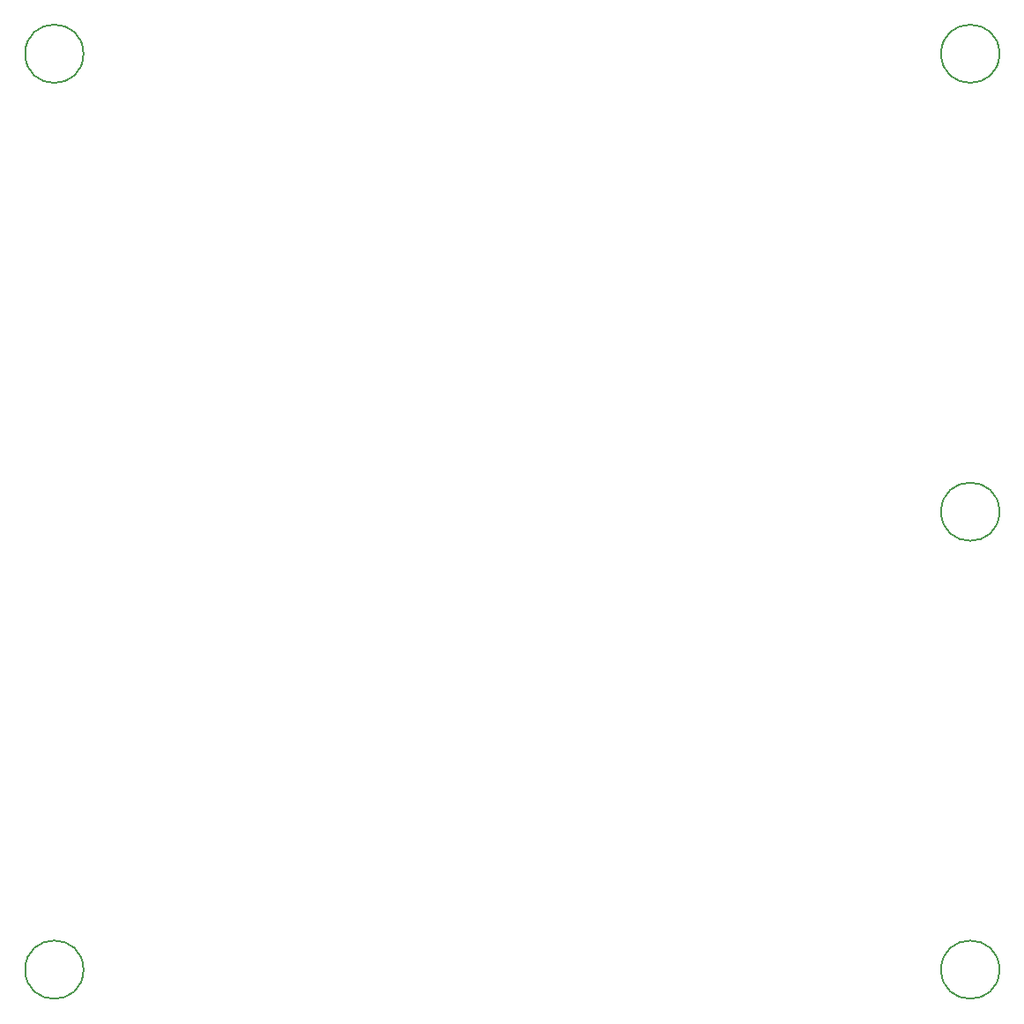
<source format=gbr>
%TF.GenerationSoftware,KiCad,Pcbnew,8.0.5*%
%TF.CreationDate,2024-11-15T14:42:50+00:00*%
%TF.ProjectId,PA_Power_V1,50415f50-6f77-4657-925f-56312e6b6963,rev?*%
%TF.SameCoordinates,Original*%
%TF.FileFunction,Other,Comment*%
%FSLAX46Y46*%
G04 Gerber Fmt 4.6, Leading zero omitted, Abs format (unit mm)*
G04 Created by KiCad (PCBNEW 8.0.5) date 2024-11-15 14:42:50*
%MOMM*%
%LPD*%
G01*
G04 APERTURE LIST*
%ADD10C,0.150000*%
G04 APERTURE END LIST*
D10*
%TO.C,H2*%
X33800000Y-114000000D02*
G75*
G02*
X28200000Y-114000000I-2800000J0D01*
G01*
X28200000Y-114000000D02*
G75*
G02*
X33800000Y-114000000I2800000J0D01*
G01*
%TO.C,H3*%
X121800000Y-26000000D02*
G75*
G02*
X116200000Y-26000000I-2800000J0D01*
G01*
X116200000Y-26000000D02*
G75*
G02*
X121800000Y-26000000I2800000J0D01*
G01*
%TO.C,H5*%
X121800000Y-70000000D02*
G75*
G02*
X116200000Y-70000000I-2800000J0D01*
G01*
X116200000Y-70000000D02*
G75*
G02*
X121800000Y-70000000I2800000J0D01*
G01*
%TO.C,H4*%
X33800000Y-26000000D02*
G75*
G02*
X28200000Y-26000000I-2800000J0D01*
G01*
X28200000Y-26000000D02*
G75*
G02*
X33800000Y-26000000I2800000J0D01*
G01*
%TO.C,H1*%
X121800000Y-114000000D02*
G75*
G02*
X116200000Y-114000000I-2800000J0D01*
G01*
X116200000Y-114000000D02*
G75*
G02*
X121800000Y-114000000I2800000J0D01*
G01*
%TD*%
M02*

</source>
